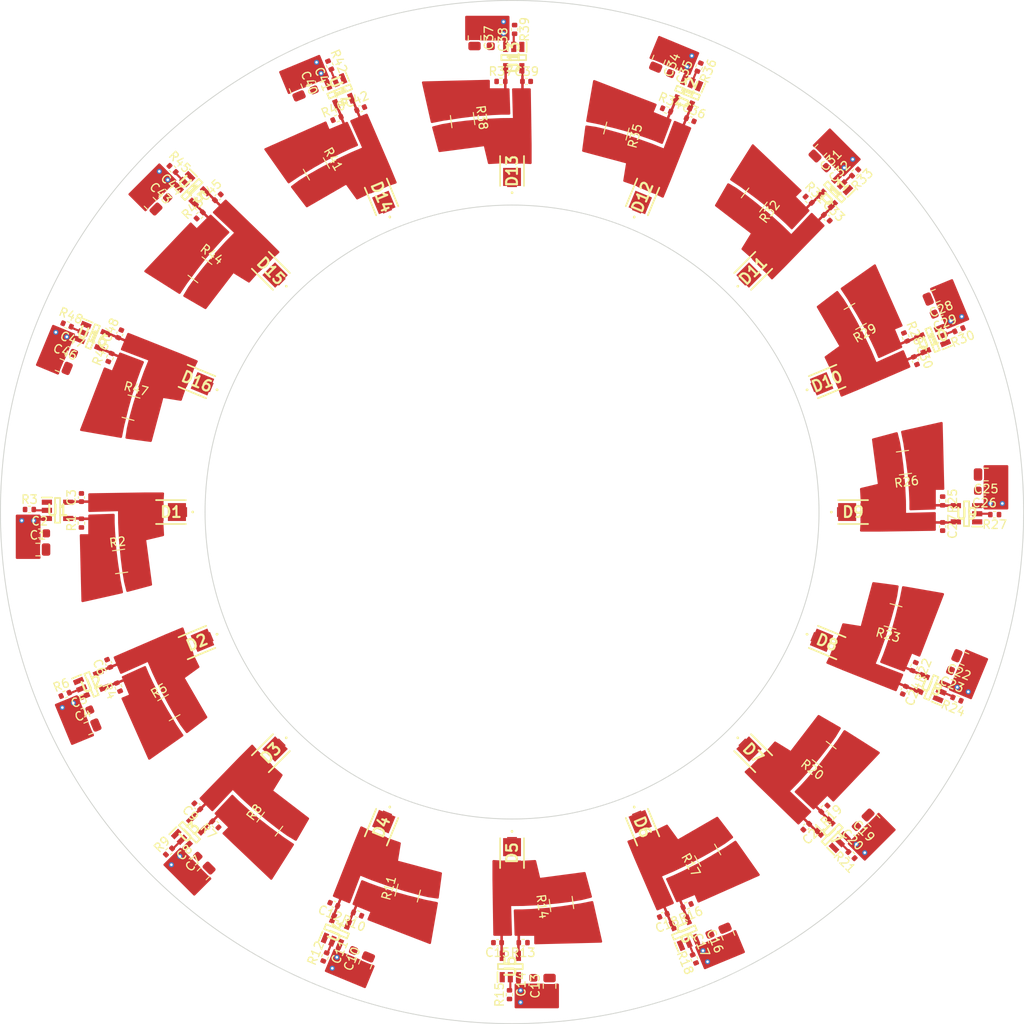
<source format=kicad_pcb>
(kicad_pcb (version 20241229) (generator "pcbnew") (generator_version "9.0")
  (layers (0 "F.Cu" signal) (4 "In1.Cu" signal) (6 "In2.Cu" signal) (2 "B.Cu" signal) (13 "F.Paste" user) (15 "B.Paste" user) (5 "F.SilkS" user "F.Silkscreen") (7 "B.SilkS" user "B.Silkscreen") (1 "F.Mask" user) (3 "B.Mask" user) (25 "Edge.Cuts" user))
  (net 0 "")
  (net 1 "+12V")
  (net 2 "GND")
  (net 3 "/OUT1")
  (net 4 "/PWM1")
  (net 5 "/IN1")
  (net 6 "PWM")
  (footprint "Capacitor_SMD:C_0603_1608Metric" (layer "F.Cu") (at 152.139635 118.890963 157.5)
    (property "Reference" "C23")
    (property "Value" "0.1uF")
  )
  (footprint "Library:SOT95P280X145-5N" (layer "F.Cu") (at 153.3 100.2 180)
    (property "Reference" "U9")
    (property "Value" "TPS92612QDBVRQ1" (hide yes))
  )
  (footprint "Library:GWJTLRS1EMLVL5XX531" (layer "F.Cu") (at 100 140 -90)
    (property "Reference" "D5")
    (property "Value" "LED" (hide yes))
  )
  (footprint "Capacitor_SMD:C_0805_2012Metric" (layer "F.Cu") (at 46.948491 82.787871 -22.5)
    (property "Reference" "C46")
    (property "Value" "1uF")
  )
  (footprint "Library:GWJTLRS1EMLVL5XX531" (layer "F.Cu") (at 100 60 90)
    (property "Reference" "D13")
    (property "Value" "LED" (hide yes))
  )
  (footprint "Capacitor_SMD:C_0805_2012Metric" (layer "F.Cu") (at 50.316105 125.342269 22.5)
    (property "Reference" "C4")
    (property "Value" "1uF")
  )
  (footprint "Resistor_SMD:R_0402_1005Metric" (layer "F.Cu") (at 118.12447 52.846595 -22.5)
    (property "Reference" "R34")
    (property "Value" "1")
  )
  (footprint "Capacitor_SMD:C_0402_1005Metric" (layer "F.Cu") (at 49.5 98.3 90)
    (property "Reference" "C3")
    (property "Value" "10nF")
  )
  (footprint "Capacitor_SMD:C_0603_1608Metric" (layer "F.Cu") (at 97.5 44.6 -90)
    (property "Reference" "C38")
    (property "Value" "0.1uF")
  )
  (footprint "Resistor_SMD:R_0402_1005Metric" (layer "F.Cu") (at 60.189888 59.765624 -45)
    (property "Reference" "R45")
    (property "Value" "1k")
  )
  (footprint "Resistor_SMD:R_0402_1005Metric" (layer "F.Cu") (at 78.062954 152.176777 67.5)
    (property "Reference" "R12")
    (property "Value" "1k")
  )
  (footprint "Library:GWJTLRS1EMLVL5XX531" (layer "F.Cu") (at 84.692663 63.044819 112.5)
    (property "Reference" "D14")
    (property "Value" "LED" (hide yes))
  )
  (footprint "Capacitor_SMD:C_0805_2012Metric" (layer "F.Cu") (at 44.4 104.4)
    (property "Reference" "C1")
    (property "Value" "1uF")
  )
  (footprint "Capacitor_SMD:C_0603_1608Metric" (layer "F.Cu") (at 150.226218 76.489639 -157.5)
    (property "Reference" "C29")
    (property "Value" "0.1uF")
  )
  (footprint "Capacitor_SMD:C_0603_1608Metric" (layer "F.Cu") (at 62.594051 140.941483 45)
    (property "Reference" "C8")
    (property "Value" "0.1uF")
  )
  (footprint "Resistor_SMD:R_1210_3225Metric" (layer "F.Cu") (at 112.237255 55.314996 -105)
    (property "Reference" "R35")
    (property "Value" "80.6")
  )
  (footprint "Capacitor_SMD:C_0402_1005Metric" (layer "F.Cu") (at 79.103891 146.005355 157.5)
    (property "Reference" "C12")
    (property "Value" "10nF")
  )
  (footprint "Resistor_SMD:R_0402_1005Metric" (layer "F.Cu") (at 43.4 99.7)
    (property "Reference" "R3")
    (property "Value" "1k")
  )
  (footprint "Library:SOT95P280X145-5N" (layer "F.Cu") (at 50.833758 79.418197 -22.5)
    (property "Reference" "U16")
    (property "Value" "TPS92612QDBVRQ1" (hide yes))
  )
  (footprint "Resistor_SMD:R_0402_1005Metric" (layer "F.Cu") (at 121.937046 47.823223 -112.5)
    (property "Reference" "R36")
    (property "Value" "1k")
  )
  (footprint "Capacitor_SMD:C_0805_2012Metric" (layer "F.Cu") (at 95.6 44.4 -90)
    (property "Reference" "C37")
    (property "Value" "1uF")
  )
  (footprint "Capacitor_SMD:C_0805_2012Metric" (layer "F.Cu") (at 125.342269 149.683895 112.5)
    (property "Reference" "C16")
    (property "Value" "1uF")
  )
  (footprint "Resistor_SMD:R_1210_3225Metric" (layer "F.Cu") (at 59.749885 122.944023 30)
    (property "Reference" "R5")
    (property "Value" "80.6")
  )
  (footprint "Library:SOT95P280X145-5N" (layer "F.Cu") (at 137.830213 62.45263 -135)
    (property "Reference" "U11")
    (property "Value" "TPS92612QDBVRQ1" (hide yes))
  )
  (footprint "Capacitor_SMD:C_0402_1005Metric" (layer "F.Cu") (at 98.3 150.5 180)
    (property "Reference" "C15")
    (property "Value" "10nF")
  )
  (footprint "Capacitor_SMD:C_0402_1005Metric" (layer "F.Cu") (at 120.896109 53.994645 -22.5)
    (property "Reference" "C36")
    (property "Value" "10nF")
  )
  (footprint "Resistor_SMD:R_0402_1005Metric" (layer "F.Cu") (at 139.810112 140.234376 135)
    (property "Reference" "R21")
    (property "Value" "1k")
  )
  (footprint "Library:GWJTLRS1EMLVL5XX531" (layer "F.Cu") (at 60 100 180)
    (property "Reference" "D1")
    (property "Value" "LED" (hide yes))
  )
  (footprint "Capacitor_SMD:C_0603_1608Metric" (layer "F.Cu") (at 81.109037 152.139635 67.5)
    (property "Reference" "C11")
    (property "Value" "0.1uF")
  )
  (footprint "Capacitor_SMD:C_0805_2012Metric" (layer "F.Cu") (at 153.051509 117.212129 157.5)
    (property "Reference" "C22")
    (property "Value" "1uF")
  )
  (footprint "Resistor_SMD:R_1210_3225Metric" (layer "F.Cu") (at 122.944023 140.250115 120)
    (property "Reference" "R17")
    (property "Value" "80.6")
  )
  (footprint "Resistor_SMD:R_0402_1005Metric" (layer "F.Cu") (at 47.823223 78.062954 -22.5)
    (property "Reference" "R48")
    (property "Value" "1k")
  )
  (footprint "Capacitor_SMD:C_0805_2012Metric" (layer "F.Cu") (at 57.573593 63.796133 -45)
    (property "Reference" "C43")
    (property "Value" "1uF")
  )
  (footprint "Capacitor_SMD:C_0805_2012Metric" (layer "F.Cu") (at 136.203867 57.573593 -135)
    (property "Reference" "C31")
    (property "Value" "1uF")
  )
  (footprint "Library:SOT95P280X145-5N" (layer "F.Cu") (at 120.581803 50.833758 -112.5)
    (property "Reference" "U12")
    (property "Value" "TPS92612QDBVRQ1" (hide yes))
  )
  (footprint "Resistor_SMD:R_0402_1005Metric" (layer "F.Cu") (at 120.526557 146.158428 -157.5)
    (property "Reference" "R16")
    (property "Value" "1")
  )
  (footprint "Capacitor_SMD:C_0603_1608Metric" (layer "F.Cu") (at 59.058517 62.594051 -45)
    (property "Reference" "C44")
    (property "Value" "0.1uF")
  )
  (footprint "Resistor_SMD:R_0402_1005Metric" (layer "F.Cu") (at 147.153405 118.12447 -112.5)
    (property "Reference" "R22")
    (property "Value" "1")
  )
  (footprint "Capacitor_SMD:C_0402_1005Metric" (layer "F.Cu") (at 117.754918 147.306478 -157.5)
    (property "Reference" "C18")
    (property "Value" "10nF")
  )
  (footprint "Capacitor_SMD:C_0402_1005Metric" (layer "F.Cu") (at 101.7 49.5)
    (property "Reference" "C39")
    (property "Value" "10nF")
  )
  (footprint "Resistor_SMD:R_1210_3225Metric" (layer "F.Cu") (at 136.600565 128.40596 142.5)
    (property "Reference" "R20")
    (property "Value" "80.6")
  )
  (footprint "Library:GWJTLRS1EMLVL5XX531" (layer "F.Cu") (at 63.044819 115.307337 -157.5)
    (property "Reference" "D2")
    (property "Value" "LED" (hide yes))
  )
  (footprint "Capacitor_SMD:C_0603_1608Metric" (layer "F.Cu") (at 76.489639 49.773782 -67.5)
    (property "Reference" "C41")
    (property "Value" "0.1uF")
  )
  (footprint "Library:GWJTLRS1EMLVL5XX531" (layer "F.Cu") (at 136.955181 84.692663 22.5)
    (property "Reference" "D10")
    (property "Value" "LED" (hide yes))
  )
  (footprint "Capacitor_SMD:C_0402_1005Metric" (layer "F.Cu") (at 136.910974 65.493189 -45)
    (property "Reference" "C33")
    (property "Value" "10nF")
  )
  (footprint "Resistor_SMD:R_0402_1005Metric" (layer "F.Cu") (at 152.176777 121.937046 157.5)
    (property "Reference" "R24")
    (property "Value" "1k")
  )
  (footprint "Resistor_SMD:R_1210_3225Metric" (layer "F.Cu") (at 63.399435 71.59404 -37.5)
    (property "Reference" "R44")
    (property "Value" "80.6")
  )
  (footprint "Resistor_SMD:R_0402_1005Metric" (layer "F.Cu") (at 63.371869 65.210346 45)
    (property "Reference" "R43")
    (property "Value" "1")
  )
  (footprint "Resistor_SMD:R_0402_1005Metric" (layer "F.Cu") (at 146.158428 79.473443 -67.5)
    (property "Reference" "R28")
    (property "Value" "1")
  )
  (footprint "Resistor_SMD:R_1210_3225Metric" (layer "F.Cu") (at 105.794461 145.966555 97.5)
    (property "Reference" "R14")
    (property "Value" "80.6")
  )
  (footprint "Library:SOT95P280X145-5N" (layer "F.Cu") (at 62.45263 62.169787 -45)
    (property "Reference" "U15")
    (property "Value" "TPS92612QDBVRQ1" (hide yes))
  )
  (footprint "Capacitor_SMD:C_0402_1005Metric" (layer "F.Cu") (at 147.306478 82.245082 -67.5)
    (property "Reference" "C30")
    (property "Value" "10nF")
  )
  (footprint "Resistor_SMD:R_0402_1005Metric" (layer "F.Cu") (at 150.5 98.7 -90)
    (property "Reference" "R25")
    (property "Value" "1")
  )
  (footprint "Resistor_SMD:R_1210_3225Metric" (layer "F.Cu") (at 71.59404 136.600565 52.5)
    (property "Reference" "R8")
    (property "Value" "80.6")
  )
  (footprint "Capacitor_SMD:C_0402_1005Metric" (layer "F.Cu") (at 82.245082 52.693522 22.5)
    (property "Reference" "C42")
    (property "Value" "10nF")
  )
  (footprint "Resistor_SMD:R_0402_1005Metric" (layer "F.Cu") (at 47.593613 121.382718 22.5)
    (property "Reference" "R6")
    (property "Value" "1k")
  )
  (footprint "Capacitor_SMD:C_0603_1608Metric" (layer "F.Cu") (at 123.510361 150.226218 112.5)
    (property "Reference" "C17")
    (property "Value" "0.1uF")
  )
  (footprint "Library:SOT95P280X145-5N" (layer "F.Cu") (at 50.680684 120.212251 22.5)
    (property "Reference" "U2")
    (property "Value" "TPS92612QDBVRQ1" (hide yes))
  )
  (footprint "Capacitor_SMD:C_0805_2012Metric" (layer "F.Cu") (at 63.796133 142.426407 45)
    (property "Reference" "C7")
    (property "Value" "1uF")
  )
  (footprint "Capacitor_SMD:C_0603_1608Metric" (layer "F.Cu") (at 47.860365 81.109037 -22.5)
    (property "Reference" "C47")
    (property "Value" "0.1uF")
  )
  (footprint "Resistor_SMD:R_0402_1005Metric" (layer "F.Cu") (at 53.841572 120.526557 112.5)
    (property "Reference" "R4")
    (property "Value" "1")
  )
  (footprint "Resistor_SMD:R_0402_1005Metric" (layer "F.Cu") (at 101.3 150.5 180)
    (property "Reference" "R13")
    (property "Value" "1")
  )
  (footprint "Resistor_SMD:R_0402_1005Metric" (layer "F.Cu") (at 65.210346 136.628131 135)
    (property "Reference" "R7")
    (property "Value" "1")
  )
  (footprint "Capacitor_SMD:C_0402_1005Metric" (layer "F.Cu") (at 53.994645 79.103891 67.5)
    (property "Reference" "C48")
    (property "Value" "10nF")
  )
  (footprint "Capacitor_SMD:C_0603_1608Metric" (layer "F.Cu") (at 102.5 155.4 90)
    (property "Reference" "C14")
    (property "Value" "0.1uF")
  )
  (footprint "Capacitor_SMD:C_0805_2012Metric" (layer "F.Cu") (at 74.657731 50.316105 -67.5)
    (property "Reference" "C40")
    (property "Value" "1uF")
  )
  (footprint "Library:SOT95P280X145-5N" (layer "F.Cu") (at 137.54737 137.830213 135)
    (property "Reference" "U7")
    (property "Value" "TPS92612QDBVRQ1" (hide yes))
  )
  (footprint "Library:SOT95P280X145-5N" (layer "F.Cu") (at 79.787749 50.680684 -67.5)
    (property "Reference" "U14")
    (property "Value" "TPS92612QDBVRQ1" (hide yes))
  )
  (footprint "Capacitor_SMD:C_0402_1005Metric" (layer "F.Cu") (at 52.693522 117.754918 112.5)
    (property "Reference" "C6")
    (property "Value" "10nF")
  )
  (footprint "Resistor_SMD:R_1210_3225Metric" (layer "F.Cu") (at 77.055977 59.749885 -60)
    (property "Reference" "R41")
    (property "Value" "80.6")
  )
  (footprint "Capacitor_SMD:C_0805_2012Metric" (layer "F.Cu") (at 82.787871 153.051509 67.5)
    (property "Reference" "C10")
    (property "Value" "1uF")
  )
  (footprint "Library:GWJTLRS1EMLVL5XX531" (layer "F.Cu") (at 128.284271 128.284271 -45)
    (property "Reference" "D7")
    (property "Value" "LED" (hide yes))
  )
  (footprint "Library:GWJTLRS1EMLVL5XX531" (layer "F.Cu") (at 115.307337 63.044819 67.5)
    (property "Reference" "D12")
    (property "Value" "LED" (hide yes))
  )
  (footprint "Resistor_SMD:R_0402_1005Metric" (layer "F.Cu") (at 52.846595 81.87553 67.5)
    (property "Reference" "R46")
    (property "Value" "1")
  )
  (footprint "Resistor_SMD:R_0402_1005Metric" (layer "F.Cu") (at 49.5 101.3 90)
    (property "Reference" "R1")
    (property "Value" "1")
  )
  (footprint "Library:GWJTLRS1EMLVL5XX531" (layer "F.Cu") (at 71.715729 128.284271 -135)
    (property "Reference" "D3")
    (property "Value" "LED" (hide yes))
  )
  (footprint "Resistor_SMD:R_0402_1005Metric" (layer "F.Cu") (at 100.3 43.4 -90)
    (property "Reference" "R39")
    (property "Value" "1k")
  )
  (footprint "Resistor_SMD:R_1210_3225Metric" (layer "F.Cu") (at 144.685004 112.237255 165)
    (property "Reference" "R23")
    (property "Value" "80.6")
  )
  (footprint "Library:SOT95P280X145-5N" (layer "F.Cu") (at 149.166242 120.581803 157.5)
    (property "Reference" "U8")
    (property "Value" "TPS92612QDBVRQ1" (hide yes))
  )
  (footprint "Capacitor_SMD:C_0805_2012Metric" (layer "F.Cu") (at 104.4 155.6 90)
    (property "Reference" "C13")
    (property "Value" "1uF")
  )
  (footprint "Capacitor_SMD:C_0402_1005Metric" (layer "F.Cu") (at 146.005355 120.896109 -112.5)
    (property "Reference" "C24")
    (property "Value" "10nF")
  )
  (footprint "Library:SOT95P280X145-5N" (layer "F.Cu") (at 99.8 153.3 90)
    (property "Reference" "U5")
    (property "Value" "TPS92612QDBVRQ1" (hide yes))
  )
  (footprint "Library:GWJTLRS1EMLVL5XX531" (layer "F.Cu") (at 71.715729 71.715729 135)
    (property "Reference" "D15")
    (property "Value" "LED" (hide yes))
  )
  (footprint "Capacitor_SMD:C_0603_1608Metric" (layer "F.Cu") (at 140.941483 137.405949 135)
    (property "Reference" "C20")
    (property "Value" "0.1uF")
  )
  (footprint "Resistor_SMD:R_0402_1005Metric" (layer "F.Cu") (at 79.473443 53.841572 22.5)
    (property "Reference" "R40")
    (property "Value" "1")
  )
  (footprint "Library:SOT95P280X145-5N" (layer "F.Cu") (at 46.7 99.8)
    (property "Reference" "U1")
    (property "Value" "TPS92612QDBVRQ1" (hide yes))
  )
  (footprint "Library:SOT95P280X145-5N" (layer "F.Cu") (at 79.418197 149.166242 67.5)
    (property "Reference" "U4")
    (property "Value" "TPS92612QDBVRQ1" (hide yes))
  )
  (footprint "Library:GWJTLRS1EMLVL5XX531" (layer "F.Cu") (at 136.955181 115.307337 -22.5)
    (property "Reference" "D8")
    (property "Value" "LED" (hide yes))
  )
  (footprint "Resistor_SMD:R_1210_3225Metric" (layer "F.Cu") (at 87.762745 144.685004 75)
    (property "Reference" "R11")
    (property "Value" "80.6")
  )
  (footprint "Capacitor_SMD:C_0603_1608Metric" (layer "F.Cu") (at 155.4 97.5 180)
    (property "Reference" "C26")
    (property "Value" "0.1uF")
  )
  (footprint "Capacitor_SMD:C_0402_1005Metric" (layer "F.Cu") (at 65.493189 63.089026 45)
    (property "Reference" "C45")
    (property "Value" "10nF")
  )
  (footprint "Resistor_SMD:R_0402_1005Metric" (layer "F.Cu") (at 59.765624 139.810112 45)
    (property "Reference" "R9")
    (property "Value" "1k")
  )
  (footprint "Resistor_SMD:R_0402_1005Metric" (layer "F.Cu") (at 99.7 156.6 90)
    (property "Reference" "R15")
    (property "Value" "1k")
  )
  (footprint "Capacitor_SMD:C_0402_1005Metric" (layer "F.Cu") (at 150.5 101.7 -90)
    (property "Reference" "C27")
    (property "Value" "10nF")
  )
  (footprint "Capacitor_SMD:C_0603_1608Metric" (layer "F.Cu") (at 137.405949 59.058517 -135)
    (property "Reference" "C32")
    (property "Value" "0.1uF")
  )
  (footprint "Library:GWJTLRS1EMLVL5XX531" (layer "F.Cu") (at 128.284271 71.715729 45)
    (property "Reference" "D11")
    (property "Value" "LED" (hide yes))
  )
  (footprint "Library:SOT95P280X145-5N" (layer "F.Cu") (at 100.2 46.7 -90)
    (property "Reference" "U13")
    (property "Value" "TPS92612QDBVRQ1" (hide yes))
  )
  (footprint "Resistor_SMD:R_0402_1005Metric" (layer "F.Cu") (at 121.382718 152.406387 112.5)
    (property "Reference" "R18")
    (property "Value" "1k")
  )
  (footprint "Resistor_SMD:R_0402_1005Metric" (layer "F.Cu") (at 81.87553 147.153405 157.5)
    (property "Reference" "R10")
    (property "Value" "1")
  )
  (footprint "Capacitor_SMD:C_0603_1608Metric" (layer "F.Cu") (at 49.773782 123.510361 22.5)
    (property "Reference" "C5")
    (property "Value" "0.1uF")
  )
  (footprint "Resistor_SMD:R_0402_1005Metric" (layer "F.Cu") (at 140.234376 60.189888 -135)
    (property "Reference" "R33")
    (property "Value" "1k")
  )
  (footprint "Capacitor_SMD:C_0805_2012Metric" (layer "F.Cu") (at 117.212129 46.948491 -112.5)
    (property "Reference" "C34")
    (property "Value" "1uF")
  )
  (footprint "Capacitor_SMD:C_0603_1608Metric" (layer "F.Cu") (at 44.6 102.5)
    (property "Reference" "C2")
    (property "Value" "0.1uF")
  )
  (footprint "Resistor_SMD:R_1210_3225Metric" (layer "F.Cu") (at 128.40596 63.399435 -127.5)
    (property "Reference" "R32")
    (property "Value" "80.6")
  )
  (footprint "Library:GWJTLRS1EMLVL5XX531" (layer "F.Cu") (at 84.692663 136.955181 -112.5)
    (property "Reference" "D4")
    (property "Value" "LED" (hide yes))
  )
  (footprint "Library:GWJTLRS1EMLVL5XX531" (layer "F.Cu") (at 115.307337 136.955181 -67.5)
    (property "Reference" "D6")
    (property "Value" "LED" (hide yes))
  )
  (footprint "Resistor_SMD:R_0402_1005Metric" (layer "F.Cu") (at 78.617282 47.593613 -67.5)
    (property "Reference" "R42")
    (property "Value" "1k")
  )
  (footprint "Resistor_SMD:R_1210_3225Metric" (layer "F.Cu") (at 140.250115 77.055977 -150)
    (property "Reference" "R29")
    (property "Value" "80.6")
  )
  (footprint "Library:SOT95P280X145-5N" (layer "F.Cu") (at 120.212251 149.319316 112.5)
    (property "Reference" "U6")
    (property "Value" "TPS92612QDBVRQ1" (hide yes))
  )
  (footprint "Capacitor_SMD:C_0402_1005Metric" (layer "F.Cu") (at 134.506811 136.910974 -135)
    (property "Reference" "C21")
    (property "Value" "10nF")
  )
  (footprint "Resistor_SMD:R_0402_1005Metric" (layer "F.Cu") (at 156.6 100.3 180)
    (property "Reference" "R27")
    (property "Value" "1k")
  )
  (footprint "Capacitor_SMD:C_0402_1005Metric" (layer "F.Cu") (at 63.089026 134.506811 135)
    (property "Reference" "C9")
    (property "Value" "10nF")
  )
  (footprint "Resistor_SMD:R_1210_3225Metric" (layer "F.Cu") (at 55.314996 87.762745 -15)
    (property "Reference" "R47")
    (property "Value" "80.6")
  )
  (footprint "Resistor_SMD:R_0402_1005Metric" (layer "F.Cu") (at 152.406387 78.617282 -157.5)
    (property "Reference" "R30")
    (property "Value" "1k")
  )
  (footprint "Capacitor_SMD:C_0603_1608Metric" (layer "F.Cu") (at 118.890963 47.860365 -112.5)
    (property "Reference" "C35")
    (property "Value" "0.1uF")
  )
  (footprint "Capacitor_SMD:C_0805_2012Metric" (layer "F.Cu") (at 149.683895 74.657731 -157.5)
    (property "Reference" "C28")
    (property "Value" "1uF")
  )
  (footprint "Resistor_SMD:R_0402_1005Metric" (layer "F.Cu") (at 98.7 49.5)
    (property "Reference" "R37")
    (property "Value" "1")
  )
  (footprint "Capacitor_SMD:C_0805_2012Metric" (layer "F.Cu") (at 142.426407 136.203867 135)
    (property "Reference" "C19")
    (property "Value" "1uF")
  )
  (footprint "Resistor_SMD:R_0402_1005Metric" (layer "F.Cu") (at 134.789654 63.371869 -45)
    (property "Reference" "R31")
    (property "Value" "1")
  )
  (footprint "Resistor_SMD:R_1210_3225Metric" (layer "F.Cu") (at 145.966555 94.205539 -172.5)
    (property "Reference" "R26")
    (property "Value" "80.6")
  )
  (footprint "Resistor_SMD:R_1210_3225Metric" (layer "F.Cu") (at 54.033445 105.794461 7.5)
    (property "Reference" "R2")
    (property "Value" "80.6")
  )
  (footprint "Library:GWJTLRS1EMLVL5XX531" (layer "F.Cu") (at 63.044819 84.692663 157.5)
    (property "Reference" "D16")
    (property "Value" "LED" (hide yes))
  )
  (footprint "Library:SOT95P280X145-5N" (layer "F.Cu") (at 62.169787 137.54737 45)
    (property "Reference" "U3")
    (property "Value" "TPS92612QDBVRQ1" (hide yes))
  )
  (footprint "Capacitor_SMD:C_0805_2012Metric" (layer "F.Cu") (at 155.6 95.6 180)
    (property "Reference" "C25")
    (property "Value" "1uF")
  )
  (footprint "Resistor_SMD:R_0402_1005Metric" (layer "F.Cu") (at 136.628131 134.789654 -135)
    (property "Reference" "R19")
    (property "Value" "1")
  )
  (footprint "Resistor_SMD:R_1210_3225Metric" (layer "F.Cu") (at 94.205539 54.033445 -82.5)
    (property "Reference" "R38")
    (property "Value" "80.6")
  )
  (footprint "Library:GWJTLRS1EMLVL5XX531" (layer "F.Cu") (at 140 100)
    (property "Reference" "D9")
    (property "Value" "LED" (hide yes))
  )
  (footprint "Library:SOT95P280X145-5N" (layer "F.Cu") (at 149.319316 79.787749 -157.5)
    (property "Reference" "U10")
    (property "Value" "TPS92612QDBVRQ1" (hide yes))
  )
  (gr_circle (center 100 100) (end 136 100) (stroke (width 0.1)) (fill no) (layer "Edge.Cuts"))
  (gr_circle (center 100 100) (end 160 100) (stroke (width 0.1)) (fill no) (layer "Edge.Cuts"))
  (segment (start 79.32004 151.885684) (end 79.455339 152.212325) (width 0.5) (layer "F.Cu") (net 1))
  (segment (start 82.346709 147.348573) (end 82.342882 147.357812) (width 0.25) (layer "F.Cu") (net 1))
  (segment (start 150.5 98.19) (end 150.51 98.19) (width 0.25) (layer "F.Cu") (net 1))
  (segment (start 121.568291 150.110616) (end 122.065779 151.311659) (width 0.5) (layer "F.Cu") (net 1))
  (segment (start 120.182472 49.315359) (end 120.67996 48.114316) (width 0.5) (layer "F.Cu") (net 1))
  (segment (start 52.651427 82.346709) (end 52.642188 82.342882) (width 0.25) (layer "F.Cu") (net 1))
  (segment (start 151.885684 120.67996) (end 152.212325 120.544661) (width 0.5) (layer "F.Cu") (net 1))
  (segment (start 120.997735 145.963259) (end 121.001562 145.972498) (width 0.25) (layer "F.Cu") (net 1))
  (segment (start 98.19 49.5) (end 98.19 49.49) (width 0.25) (layer "F.Cu") (net 1))
  (segment (start 79.817528 150.684641) (end 79.32004 151.885684) (width 0.5) (layer "F.Cu") (net 1))
  (segment (start 155.85 99.25) (end 156.1 99) (width 0.5) (layer "F.Cu") (net 1))
  (segment (start 117.653291 52.651427) (end 117.657118 52.642188) (width 0.25) (layer "F.Cu") (net 1))
  (segment (start 150.110616 78.431709) (end 151.311659 77.934221) (width 0.5) (layer "F.Cu") (net 1))
  (segment (start 151.311659 77.934221) (end 151.446958 77.60758) (width 0.5) (layer "F.Cu") (net 1))
  (segment (start 49.315359 79.817528) (end 48.114316 79.32004) (width 0.5) (layer "F.Cu") (net 1))
  (segment (start 63.011244 65.570971) (end 63.004173 65.5639) (width 0.25) (layer "F.Cu") (net 1))
  (segment (start 145.963259 79.002265) (end 145.972498 78.998438) (width 0.25) (layer "F.Cu") (net 1))
  (segment (start 147.348573 117.653291) (end 147.357812 117.657118) (width 0.25) (layer "F.Cu") (net 1))
  (segment (start 138.042345 60.896995) (end 138.961584 59.977756) (width 0.5) (layer "F.Cu") (net 1))
  (segment (start 61.957655 139.103005) (end 61.038416 140.022244) (width 0.5) (layer "F.Cu") (net 1))
  (segment (start 59.977756 61.038416) (end 59.624203 61.038416) (width 0.5) (layer "F.Cu") (net 1))
  (segment (start 136.988756 134.429029) (end 136.995827 134.4361) (width 0.25) (layer "F.Cu") (net 1))
  (segment (start 65.570971 136.988756) (end 65.5639 136.995827) (width 0.25) (layer "F.Cu") (net 1))
  (segment (start 138.961584 59.977756) (end 138.961584 59.624203) (width 0.5) (layer "F.Cu") (net 1))
  (segment (start 99.25 44.15) (end 99 43.9) (width 0.5) (layer "F.Cu") (net 1))
  (segment (start 44.15 100.75) (end 43.9 101) (width 0.5) (layer "F.Cu") (net 1))
  (segment (start 140.022244 138.961584) (end 140.375797 138.961584) (width 0.5) (layer "F.Cu") (net 1))
  (segment (start 49.5 101.81) (end 49.49 101.81) (width 0.25) (layer "F.Cu") (net 1))
  (segment (start 120.67996 48.114316) (end 120.544661 47.787675) (width 0.5) (layer "F.Cu") (net 1))
  (segment (start 45.45 100.75) (end 44.15 100.75) (width 0.5) (layer "F.Cu") (net 1))
  (segment (start 134.429029 63.011244) (end 134.4361 63.004173) (width 0.25) (layer "F.Cu") (net 1))
  (segment (start 49.889384 121.568291) (end 48.688341 122.065779) (width 0.5) (layer "F.Cu") (net 1))
  (segment (start 61.038416 140.022244) (end 61.038416 140.375797) (width 0.5) (layer "F.Cu") (net 1))
  (segment (start 101.81 150.5) (end 101.81 150.51) (width 0.25) (layer "F.Cu") (net 1))
  (segment (start 100.75 154.55) (end 100.75 155.85) (width 0.5) (layer "F.Cu") (net 1))
  (segment (start 99.25 45.45) (end 99.25 44.15) (width 0.5) (layer "F.Cu") (net 1))
  (segment (start 150.684641 120.182472) (end 151.885684 120.67996) (width 0.5) (layer "F.Cu") (net 1))
  (segment (start 54.036741 120.997735) (end 54.027502 121.001562) (width 0.25) (layer "F.Cu") (net 1))
  (segment (start 78.431709 49.889384) (end 77.934221 48.688341) (width 0.5) (layer "F.Cu") (net 1))
  (segment (start 77.934221 48.688341) (end 77.60758 48.553042) (width 0.5) (layer "F.Cu") (net 1))
  (segment (start 139.103005 138.042345) (end 140.022244 138.961584) (width 0.5) (layer "F.Cu") (net 1))
  (segment (start 60.896995 61.957655) (end 59.977756 61.038416) (width 0.5) (layer "F.Cu") (net 1))
  (segment (start 154.55 99.25) (end 155.85 99.25) (width 0.5) (layer "F.Cu") (net 1))
  (segment (start 48.688341 122.065779) (end 48.553042 122.39242) (width 0.5) (layer "F.Cu") (net 1))
  (segment (start 122.065779 151.311659) (end 122.39242 151.446958) (width 0.5) (layer "F.Cu") (net 1))
  (segment (start 48.114316 79.32004) (end 47.787675 79.455339) (width 0.5) (layer "F.Cu") (net 1))
  (segment (start 100.75 155.85) (end 101 156.1) (width 0.5) (layer "F.Cu") (net 1))
  (segment (start 79.002265 54.036741) (end 78.998438 54.027502) (width 0.25) (layer "F.Cu") (net 1))
  (via (at 122.39242 151.446958) (size 0.6) (drill 0.3) (layers "F.Cu" "B.Cu") (net 1))
  (via (at 141.365747 139.951533) (size 0.6) (drill 0.3) (layers "F.Cu" "B.Cu") (net 1))
  (via (at 101 156.1) (size 0.6) (drill 0.3) (layers "F.Cu" "B.Cu") (net 1))
  (via (at 61.038416 140.375797) (size 0.6) (drill 0.3) (layers "F.Cu" "B.Cu") (net 1))
  (via (at 156.1 99) (size 0.6) (drill 0.3) (layers "F.Cu" "B.Cu") (net 1))
  (via (at 77.071823 47.25961) (size 0.6) (drill 0.3) (layers "F.Cu" "B.Cu") (net 1))
  (via (at 138.961584 59.624203) (size 0.6) (drill 0.3) (layers "F.Cu" "B.Cu") (net 1))
  (via (at 139.951533 58.634253) (size 0.6) (drill 0.3) (layers "F.Cu" "B.Cu") (net 1))
  (via (at 47.787675 79.455339) (size 0.6) (drill 0.3) (layers "F.Cu" "B.Cu") (net 1))
  (via (at 46.494243 78.919582) (size 0.6) (drill 0.3) (layers "F.Cu" "B.Cu") (net 1))
  (via (at 59.624203 61.038416) (size 0.6) (drill 0.3) (layers "F.Cu" "B.Cu") (net 1))
  (via (at 43.9 101) (size 0.6) (drill 0.3) (layers "F.Cu" "B.Cu") (net 1))
  (via (at 151.446958 77.60758) (size 0.6) (drill 0.3) (layers "F.Cu" "B.Cu") (net 1))
  (via (at 99 42.5) (size 0.6) (drill 0.3) (layers "F.Cu" "B.Cu") (net 1))
  (via (at 77.60758 48.553042) (size 0.6) (drill 0.3) (layers "F.Cu" "B.Cu") (net 1))
  (via (at 122.928177 152.74039) (size 0.6) (drill 0.3) (layers "F.Cu" "B.Cu") (net 1))
  (via (at 120.544661 47.787675) (size 0.6) (drill 0.3) (layers "F.Cu" "B.Cu") (net 1))
  (via (at 101 157.5) (size 0.6) (drill 0.3) (layers "F.Cu" "B.Cu") (net 1))
  (via (at 121.080418 46.494243) (size 0.6) (drill 0.3) (layers "F.Cu" "B.Cu") (net 1))
  (via (at 153.505757 121.080418) (size 0.6) (drill 0.3) (layers "F.Cu" "B.Cu") (net 1))
  (via (at 47.25961 122.928177) (size 0.6) (drill 0.3) (layers "F.Cu" "B.Cu") (net 1))
  (via (at 58.634253 60.048467) (size 0.6) (drill 0.3) (layers "F.Cu" "B.Cu") (net 1))
  (via (at 42.5 101) (size 0.6) (drill 0.3) (layers "F.Cu" "B.Cu") (net 1))
  (via (at 152.74039 77.071823) (size 0.6) (drill 0.3) (layers "F.Cu" "B.Cu") (net 1))
  (via (at 48.553042 122.39242) (size 0.6) (drill 0.3) (layers "F.Cu" "B.Cu") (net 1))
  (via (at 140.375797 138.961584) (size 0.6) (drill 0.3) (layers "F.Cu" "B.Cu") (net 1))
  (via (at 99 43.9) (size 0.6) (drill 0.3) (layers "F.Cu" "B.Cu") (net 1))
  (via (at 152.212325 120.544661) (size 0.6) (drill 0.3) (layers "F.Cu" "B.Cu") (net 1))
  (via (at 78.919582 153.505757) (size 0.6) (drill 0.3) (layers "F.Cu" "B.Cu") (net 1))
  (via (at 157.5 99) (size 0.6) (drill 0.3) (layers "F.Cu" "B.Cu") (net 1))
  (via (at 60.048467 141.365747) (size 0.6) (drill 0.3) (layers "F.Cu" "B.Cu") (net 1))
  (via (at 79.455339 152.212325) (size 0.6) (drill 0.3) (layers "F.Cu" "B.Cu") (net 1))
  (segment (start 152.05 101.15) (end 151.98 101.22) (width 0.3) (layer "F.Cu") (net 3))
  (segment (start 147.12279 81.80162) (end 146.19891 82.184303) (width 0.3) (layer "F.Cu") (net 3))
  (segment (start 98.85 152.05) (end 98.78 151.98) (width 0.3) (layer "F.Cu") (net 3))
  (segment (start 64.008265 62.381919) (end 64.10726 62.381919) (width 0.3) (layer "F.Cu") (net 3))
  (segment (start 151.98 101.22) (end 150.5 101.22) (width 0.3) (layer "F.Cu") (net 3))
  (segment (start 49.5 98.78) (end 50.5 98.78) (width 0.3) (layer "F.Cu") (net 3))
  (segment (start 51.471984 118.856211) (end 51.509868 118.764752) (width 0.3) (layer "F.Cu") (net 3))
  (segment (start 147.647844 120.981134) (end 147.556385 121.019018) (width 0.3) (layer "F.Cu") (net 3))
  (segment (start 136.571563 65.153778) (end 135.864456 65.860885) (width 0.3) (layer "F.Cu") (net 3))
  (segment (start 118.764752 148.490132) (end 118.198381 147.12279) (width 0.3) (layer "F.Cu") (net 3))
  (segment (start 120.452646 53.810957) (end 120.069963 54.734837) (width 0.3) (layer "F.Cu") (net 3))
  (segment (start 120.981134 52.352156) (end 121.019018 52.443615) (width 0.3) (layer "F.Cu") (net 3))
  (segment (start 137.618081 64.008265) (end 137.618081 64.10726) (width 0.3) (layer "F.Cu") (net 3))
  (segment (start 52.352156 79.018866) (end 52.443615 78.980982) (width 0.3) (layer "F.Cu") (net 3))
  (segment (start 47.95 98.85) (end 48.02 98.78) (width 0.3) (layer "F.Cu") (net 3))
  (segment (start 118.856211 148.528016) (end 118.764752 148.490132) (width 0.3) (layer "F.Cu") (net 3))
  (segment (start 81.235248 51.509868) (end 81.801619 52.87721) (width 0.3) (layer "F.Cu") (net 3))
  (segment (start 148.528016 81.143789) (end 148.490132 81.235248) (width 0.3) (layer "F.Cu") (net 3))
  (segment (start 81.80162 52.87721) (end 82.184303 53.80109) (width 0.3) (layer "F.Cu") (net 3))
  (segment (start 78.980982 147.556384) (end 79.547353 146.189042) (width 0.3) (layer "F.Cu") (net 3))
  (segment (start 150.5 101.22) (end 149.5 101.22) (width 0.3) (layer "F.Cu") (net 3))
  (segment (start 53.810957 79.547354) (end 54.734837 79.930037) (width 0.3) (layer "F.Cu") (net 3))
  (segment (start 101.22 49.5) (end 101.22 50.5) (width 0.3) (layer "F.Cu") (net 3))
  (segment (start 48.02 98.78) (end 49.5 98.78) (width 0.3) (layer "F.Cu") (net 3))
  (segment (start 79.018866 147.647844) (end 78.980982 147.556385) (width 0.3) (layer "F.Cu") (net 3))
  (segment (start 98.78 151.98) (end 98.78 150.5) (width 0.3) (layer "F.Cu") (net 3))
  (segment (start 101.22 48.02) (end 101.22 49.5) (width 0.3) (layer "F.Cu") (net 3))
  (segment (start 101.15 47.95) (end 101.22 48.02) (width 0.3) (layer "F.Cu") (net 3))
  (segment (start 51.509868 118.764752) (end 52.87721 118.198381) (width 0.3) (layer "F.Cu") (net 3))
  (segment (start 146.189043 120.452646) (end 145.265163 120.069963) (width 0.3) (layer "F.Cu") (net 3))
  (segment (start 52.87721 118.19838) (end 53.80109 117.815697) (width 0.3) (layer "F.Cu") (net 3))
  (segment (start 98.78 150.5) (end 98.78 149.5) (width 0.3) (layer "F.Cu") (net 3))
  (segment (start 65.153778 63.428437) (end 65.860885 64.135544) (width 0.3) (layer "F.Cu") (net 3))
  (segment (start 134.846222 136.571563) (end 134.139115 135.864456) (width 0.3) (layer "F.Cu") (net 3))
  (segment (start 64.10726 62.381919) (end 65.153778 63.428437) (width 0.3) (layer "F.Cu") (net 3))
  (segment (start 121.019018 52.443616) (end 120.452647 53.810958) (width 0.3) (layer "F.Cu") (net 3))
  (segment (start 118.19838 147.12279) (end 117.815697 146.19891) (width 0.3) (layer "F.Cu") (net 3))
  (segment (start 135.89274 137.618081) (end 134.846222 136.571563) (width 0.3) (layer "F.Cu") (net 3))
  (segment (start 62.381919 135.991735) (end 62.381919 135.89274) (width 0.3) (layer "F.Cu") (net 3))
  (segment (start 147.556384 121.019018) (end 146.189042 120.452647) (width 0.3) (layer "F.Cu") (net 3))
  (segment (start 62.381919 135.89274) (end 63.428437 134.846222) (width 0.3) (layer "F.Cu") (net 3))
  (segment (start 79.547354 146.189043) (end 79.930037 145.265163) (width 0.3) (layer "F.Cu") (net 3))
  (segment (start 148.490132 81.235248) (end 147.12279 81.801619) (width 0.3) (layer "F.Cu") (net 3))
  (segment (start 81.143789 51.471984) (end 81.235248 51.509868) (width 0.3) (layer "F.Cu") (net 3))
  (segment (start 52.443616 78.980982) (end 53.810958 79.547353) (width 0.3) (layer "F.Cu") (net 3))
  (segment (start 135.991735 137.618081) (end 135.89274 137.618081) (width 0.3) (layer "F.Cu") (net 3))
  (segment (start 63.428437 134.846222) (end 64.135544 134.139115) (width 0.3) (layer "F.Cu") (net 3))
  (segment (start 137.618081 64.10726) (end 136.571563 65.153778) (width 0.3) (layer "F.Cu") (net 3))
  (segment (start 99.7 156.09) (end 99.6 156.09) (width 0.25) (layer "F.Cu") (net 4))
  (segment (start 60.550513 60.26767) (end 60.550513 60.126249) (width 0.25) (layer "F.Cu") (net 4))
  (segment (start 151.804552 78.758331) (end 151.935208 78.812451) (width 0.25) (layer "F.Cu") (net 4))
  (segment (start 151.935208 78.81245) (end 151.973476 78.904838) (width 0.25) (layer "F.Cu") (net 4))
  (segment (start 61.285904 138.431254) (end 60.26767 139.449488) (width 0.25) (layer "F.Cu") (net 4))
  (segment (start 150.474165 79.309395) (end 151.804552 78.758331) (width 0.25) (layer "F.Cu") (net 4))
  (segment (start 44.01 99.8) (end 43.91 99.7) (width 0.25) (layer "F.Cu") (net 4))
  (segment (start 121.060157 49.678908) (end 121.611221 48.348521) (width 0.25) (layer "F.Cu") (net 4))
  (segment (start 121.741878 48.294402) (end 121.834266 48.33267) (width 0.25) (layer "F.Cu") (net 4))
  (segment (start 139.873751 60.550513) (end 139.944462 60.621224) (width 0.25) (layer "F.Cu") (net 4))
  (segment (start 61.568746 61.285904) (end 60.550512 60.26767) (width 0.25) (layer "F.Cu") (net 4))
  (segment (start 155.99 100.2) (end 156.09 100.3) (width 0.25) (layer "F.Cu") (net 4))
  (segment (start 99.8 154.55) (end 99.8 155.99) (width 0.25) (layer "F.Cu") (net 4))
  (segment (start 151.651478 121.611221) (end 151.705598 121.741877) (width 0.25) (layer "F.Cu") (net 4))
  (segment (start 48.348522 78.388779) (end 48.294402 78.258123) (width 0.25) (layer "F.Cu") (net 4))
  (segment (start 120.690605 150.474165) (end 121.241669 151.804552) (width 0.25) (layer "F.Cu") (net 4))
  (segment (start 78.388779 151.651478) (end 78.258123 151.705598) (width 0.25) (layer "F.Cu") (net 4))
  (segment (start 100.2 45.45) (end 100.2 44.01) (width 0.25) (layer "F.Cu") (net 4))
  (segment (start 78.258122 151.705598) (end 78.165734 151.66733) (width 0.25) (layer "F.Cu") (net 4))
  (segment (start 78.758331 48.195448) (end 78.812451 48.064792) (width 0.25) (layer "F.Cu") (net 4))
  (segment (start 100.3 43.91) (end 100.4 43.91) (width 0.25) (layer "F.Cu") (net 4))
  (segment (start 139.73233 60.550513) (end 139.873751 60.550513) (width 0.25) (layer "F.Cu") (net 4))
  (segment (start 78.939843 150.321092) (end 78.388779 151.651479) (width 0.25) (layer "F.Cu") (net 4))
  (segment (start 138.714096 61.568746) (end 139.73233 60.550512) (width 0.25) (layer "F.Cu") (net 4))
  (segment (start 150.321092 121.060157) (end 151.651479 121.611221) (width 0.25) (layer "F.Cu") (net 4))
  (segment (start 121.241669 151.804552) (end 121.187549 151.935208) (width 0.25) (layer "F.Cu") (net 4))
  (segment (start 49.525835 120.690605) (end 48.195448 121.241669) (width 0.25) (layer "F.Cu") (net 4))
  (segment (start 48.294402 78.258122) (end 48.33267 78.165734) (width 0.25) (layer "F.Cu") (net 4))
  (segment (start 121.611221 48.348522) (end 121.741877 48.294402) (width 0.25) (layer "F.Cu") (net 4))
  (segment (start 151.705598 121.741878) (end 151.66733 121.834266) (width 0.25) (layer "F.Cu") (net 4))
  (segment (start 139.449487 139.873751) (end 139.378776 139.944462) (width 0.25) (layer "F.Cu") (net 4))
  (segment (start 121.18755 151.935208) (end 121.095162 151.973476) (width 0.25) (layer "F.Cu") (net 4))
  (segment (start 139.449487 139.73233) (end 139.449487 139.873751) (width 0.25) (layer "F.Cu") (net 4))
  (segment (start 60.550513 60.126249) (end 60.621224 60.055538) (width 0.25) (layer "F.Cu") (net 4))
  (segment (start 138.431254 138.714096) (end 139.449488 139.73233) (width 0.25) (layer "F.Cu") (net 4))
  (segment (start 60.26767 139.449487) (end 60.126249 139.449487) (width 0.25) (layer "F.Cu") (net 4))
  (segment (start 79.309395 49.525835) (end 78.758331 48.195448) (width 0.25) (layer "F.Cu") (net 4))
  (segment (start 48.064792 121.18755) (end 48.026524 121.095162) (width 0.25) (layer "F.Cu") (net 4))
  (segment (start 60.126249 139.449487) (end 60.055538 139.378776) (width 0.25) (layer "F.Cu") (net 4))
  (segment (start 49.678908 78.939843) (end 48.348521 78.388779) (width 0.25) (layer "F.Cu") (net 4))
  (segment (start 45.45 99.8) (end 44.01 99.8) (width 0.25) (layer "F.Cu") (net 4))
  (segment (start 100.2 44.01) (end 100.3 43.91) (width 0.25) (layer "F.Cu") (net 4))
  (segment (start 78.81245 48.064792) (end 78.904838 48.026524) (width 0.25) (layer "F.Cu") (net 4))
  (segment (start 48.195448 121.241669) (end 48.064792 121.187549) (width 0.25) (layer "F.Cu") (net 4))
  (segment (start 154.55 100.2) (end 155.99 100.2) (width 0.25) (layer "F.Cu") (net 4))
  (segment (start 99.8 155.99) (end 99.7 156.09) (width 0.25) (layer "F.Cu") (net 4))
  (segment (start 43.91 99.7) (end 43.91 99.6) (width 0.25) (layer "F.Cu") (net 4))
  (segment (start 156.09 100.3) (end 156.09 100.4) (width 0.25) (layer "F.Cu") (net 4))
  (segment (start 146.958236 118.595649) (end 146.034356 118.212966) (width 0.3) (layer "F.Cu") (net 5))
  (segment (start 51.700825 80.957156) (end 51.625058 80.774237) (width 0.3) (layer "F.Cu") (net 5))
  (segment (start 100.75 152.05) (end 100.75 150.54) (width 0.3) (layer "F.Cu") (net 5))
  (segment (start 79.944622 53.646404) (end 80.327305 54.570284) (width 0.3) (layer "F.Cu") (net 5))
  (segment (start 146.405859 79.96627) (end 146.353596 79.944622) (width 0.3) (layer "F.Cu") (net 5))
  (segment (start 49.5 100.79) (end 50.5 100.79) (width 0.3) (layer "F.Cu") (net 5))
  (segment (start 99.21 49.5) (end 99.21 50.5) (width 0.3) (layer "F.Cu") (net 5))
  (segment (start 146.353596 79.944622) (end 145.429716 80.327305) (width 0.3) (layer "F.Cu") (net 5))
  (segment (start 80.957156 148.299175) (end 80.774237 148.374942) (width 0.3) (layer "F.Cu") (net 5))
  (segment (start 63.732493 64.849722) (end 64.4396 65.556829) (width 0.3) (layer "F.Cu") (net 5))
  (segment (start 137.335238 136.274578) (end 136.267507 135.206847) (width 0.3) (layer "F.Cu") (net 5))
  (segment (start 62.664762 63.725422) (end 63.732493 64.793153) (width 0.3) (layer "F.Cu") (net 5))
  (segment (start 52.382002 120.68735) (end 52.199083 120.611583) (width 0.3) (layer "F.Cu") (net 5))
  (segment (start 118.647911 53.020116) (end 118.595648 53.041764) (width 0.3) (layer "F.Cu") (net 5))
  (segment (start 53.020116 81.352089) (end 53.041764 81.404352) (width 0.3) (layer "F.Cu") (net 5))
  (segment (start 51.625058 80.774237) (end 53.020116 81.352089) (width 0.3) (layer "F.Cu") (net 5))
  (segment (start 100.89 151.91) (end 100.75 152.05) (width 0.3) (layer "F.Cu") (net 5))
  (segment (start 99.11 48.09) (end 99.25 47.95) (width 0.3) (layer "F.Cu") (net 5))
  (segment (start 99.25 47.95) (end 99.25 49.46) (width 0.3) (layer "F.Cu") (net 5))
  (segment (start 81.404351 146.958236) (end 81.787034 146.034356) (width 0.3) (layer "F.Cu") (net 5))
  (segment (start 47.95 100.75) (end 49.46 100.75) (width 0.3) (layer "F.Cu") (net 5))
  (segment (start 100.79 150.5) (end 100.79 149.5) (width 0.3) (layer "F.Cu") (net 5))
  (segment (start 136.267507 135.206847) (end 136.267507 135.150278) (width 0.3) (layer "F.Cu") (net 5))
  (segment (start 81.352089 146.979884) (end 81.404352 146.958236) (width 0.3) (layer "F.Cu") (net 5))
  (segment (start 119.042844 51.700825) (end 119.225763 51.625058) (width 0.3) (layer "F.Cu") (net 5))
  (segment (start 64.793153 136.267507) (end 64.849722 136.267507) (width 0.3) (layer "F.Cu") (net 5))
  (segment (start 150.54 99.25) (end 150.5 99.21) (width 0.3) (layer "F.Cu") (net 5))
  (segment (start 49.46 100.75) (end 49.5 100.79) (width 0.3) (layer "F.Cu") (net 5))
  (segment (start 118.595649 53.041764) (end 118.212966 53.965644) (width 0.3) (layer "F.Cu") (net 5))
  (segment (start 48.09 100.89) (end 47.95 100.75) (width 0.3) (layer "F.Cu") (net 5))
  (segment (start 135.150278 63.732493) (end 134.443171 64.4396) (width 0.3) (layer "F.Cu") (net 5))
  (segment (start 64.849722 136.267507) (end 65.556829 135.5604) (width 0.3) (layer "F.Cu") (net 5))
  (segment (start 147.800917 79.388418) (end 146.405859 79.96627) (width 0.3) (layer "F.Cu") (net 5))
  (segment (start 120.03373 146.405859) (end 120.055378 146.353596) (width 0.3) (layer "F.Cu") (net 5))
  (segment (start 152.05 99.25) (end 150.54 99.25) (width 0.3) (layer "F.Cu") (net 5))
  (segment (start 99.25 49.46) (end 99.21 49.5) (width 0.3) (layer "F.Cu") (net 5))
  (segment (start 79.96627 53.594141) (end 79.944622 53.646404) (width 0.3) (layer "F.Cu") (net 5))
  (segment (start 150.5 99.21) (end 149.5 99.21) (width 0.3) (layer "F.Cu") (net 5))
  (segment (start 62.664762 63.923412) (end 62.664762 63.725422) (width 0.3) (layer "F.Cu") (net 5))
  (segment (start 79.31265 52.382002) (end 79.388417 52.199083) (width 0.3) (layer "F.Cu") (net 5))
  (segment (start 151.91 99.11) (end 152.05 99.25) (width 0.3) (layer "F.Cu") (net 5))
  (segment (start 147.617998 79.31265) (end 147.800917 79.388417) (width 0.3) (layer "F.Cu") (net 5))
  (segment (start 52.199083 120.611582) (end 53.594141 120.03373) (width 0.3) (layer "F.Cu") (net 5))
  (segment (start 120.055378 146.353596) (end 119.672695 145.429716) (width 0.3) (layer "F.Cu") (net 5))
  (segment (start 63.732493 64.793153) (end 63.732493 64.849722) (width 0.3) (layer "F.Cu") (net 5))
  (segment (start 137.335238 136.076588) (end 137.335238 136.274578) (width 0.3) (layer "F.Cu") (net 5))
  (segment (start 120.68735 147.617998) (end 120.611583 147.800917) (width 0.3) (layer "F.Cu") (net 5))
  (segment (start 53.041764 81.404351) (end 53.965644 81.787034) (width 0.3) (layer "F.Cu") (net 5))
  (segment (start 119.225763 51.625058) (end 118.647911 53.020116) (width 0.3) (layer "F.Cu") (net 5))
  (segment (start 136.274578 62.664762) (end 135.206847 63.732493) (width 0.3) (layer "F.Cu") (net 5))
  (segment (start 148.374942 119.225763) (end 146.979884 118.647911) (width 0.3) (layer "F.Cu") (net 5))
  (segment (start 146.979884 118.647911) (end 146.958236 118.595648) (width 0.3) (layer "F.Cu") (net 5))
  (segment (start 148.299175 119.042844) (end 148.374942 119.225763) (width 0.3) (layer "F.Cu") (net 5))
  (segment (start 136.267507 135.150278) (end 135.5604 134.443171) (width 0.3) (layer "F.Cu") (net 5))
  (segment (start 135.206847 63.732493) (end 135.150278 63.732493) (width 0.3) (layer "F.Cu") (net 5))
  (segment (start 63.725422 137.335238) (end 64.793153 136.267507) (width 0.3) (layer "F.Cu") (net 5))
  (segment (start 80.774237 148.374942) (end 81.352089 146.979884) (width 0.3) (layer "F.Cu") (net 5))
  (segment (start 53.646404 120.055378) (end 54.570284 119.672695) (width 0.3) (layer "F.Cu") (net 5))
  (segment (start 100.75 150.54) (end 100.79 150.5) (width 0.3) (layer "F.Cu") (net 5))
  (segment (start 63.923412 137.335238) (end 63.725422 137.335238) (width 0.3) (layer "F.Cu") (net 5))
  (segment (start 79.388418 52.199083) (end 79.96627 53.594141) (width 0.3) (layer "F.Cu") (net 5))
  (segment (start 53.594141 120.03373) (end 53.646404 120.055378) (width 0.3) (layer "F.Cu") (net 5))
  (segment (start 136.076588 62.664762) (end 136.274578 62.664762) (width 0.3) (layer "F.Cu") (net 5))
  (segment (start 120.611582 147.800917) (end 120.03373 146.405859) (width 0.3) (layer "F.Cu") (net 5))
  (zone (net 1) (net_name "+12V") (layer "F.Cu") (connect_pads yes (clearance 0.1)) (min_thickness 0.25) (fill yes (thermal_gap 0.5) (thermal_bridge_width 0.5))
    (polygon (pts (xy 78.004988 153.884594) (xy 82.809162 155.874548) (xy 83.918944 153.195297) (xy 79.11477 151.205343)))
  )
  (zone (net 1) (net_name "+12V") (layer "F.Cu") (connect_pads yes (clearance 0.1)) (min_thickness 0.25) (fill yes (thermal_gap 0.5) (thermal_bridge_width 0.5))
    (polygon (pts (xy 99.7 41.8) (xy 94.5 41.8) (xy 94.5 44.7) (xy 99.7 44.7)))
  )
  (zone (net 3) (net_name "/OUT1") (layer "F.Cu") (priority 1) (connect_pads yes (clearance 0.1)) (min_thickness 0.25) (fill yes (thermal_gap 0.5) (thermal_bridge_width 0.5))
    (polygon (pts (xy 108.203877 57.721206) (xy 108.612824 54.643421) (xy 109.836284 54.825477) (xy 111.021476 55.099921) (xy 112.57622 55.527439) (xy 114.592904 56.146298) (xy 116.478931 56.819277) (xy 117.777373 57.342937) (xy 119.019367 54.083187) (xy 121.051902 54.925091) (xy 118.580311 61.153352) (xy 117.738407 63.185887) (xy 116.298468 62.481205) (xy 114.635485 61.792375) (xy 113.026621 61.234201) (xy 113.368317 59.102713)))
  )
  (zone (net 1) (net_name "+12V") (layer "F.Cu") (connect_pads yes (clearance 0.1)) (min_thickness 0.25) (fill yes (thermal_gap 0.5) (thermal_bridge_width 0.5))
    (polygon (pts (xy 100.3 158.2) (xy 105.5 158.2) (xy 105.5 155.3) (xy 100.3 155.3)))
  )
  (zone (net 3) (net_name "/OUT1") (layer "F.Cu") (priority 1) (connect_pads yes (clearance 0.1)) (min_thickness 0.25) (fill yes (thermal_gap 0.5) (thermal_bridge_width 0.5))
    (polygon (pts (xy 91.4 57.8) (xy 90.6 54.8) (xy 91.8 54.5) (xy 93 54.3) (xy 94.6 54.1) (xy 96.7 53.9) (xy 98.7 53.8) (xy 100.1 53.786907) (xy 100 50.3) (xy 102.2 50.3) (xy 102.3 57) (xy 102.3 59.2) (xy 100.7 59.1) (xy 98.9 59.1) (xy 97.2 59.2) (xy 96.7 57.1)))
  )
  (zone (net 5) (net_name "/IN1") (layer "F.Cu") (priority 1) (connect_pads yes (clearance 0.1)) (min_thickness 0.25) (fill yes (thermal_gap 0.5) (thermal_bridge_width 0.5))
    (polygon (pts (xy 146.6 99.8) (xy 146.6 98.8) (xy 146.549746 97.696447) (xy 146.4 95.6) (xy 146.2 94) (xy 146 92.7) (xy 145.9 92) (xy 145.7 91) (xy 145.6 90.5) (xy 150.5 89.4) (xy 150.7 97.4) (xy 149.7 97.4) (xy 149.7 99.7)))
  )
  (zone (net 1) (net_name "+12V") (layer "F.Cu") (connect_pads yes (clearance 0.1)) (min_thickness 0.25) (fill yes (thermal_gap 0.5) (thermal_bridge_width 0.5))
    (polygon (pts (xy 153.884594 121.995012) (xy 155.874548 117.190838) (xy 153.195297 116.081056) (xy 151.205343 120.88523)))
  )
  (zone (net 5) (net_name "/IN1") (layer "F.Cu") (priority 1) (connect_pads yes (clearance 0.1)) (min_thickness 0.25) (fill yes (thermal_gap 0.5) (thermal_bridge_width 0.5))
    (polygon (pts (xy 81.982176 57.02375) (xy 81.058296 57.406433) (xy 80.057978 57.875174) (xy 78.178419 58.815796) (xy 76.776748 59.612866) (xy 75.652241 60.29513) (xy 75.043794 60.655396) (xy 74.196451 61.222856) (xy 73.77278 61.506585) (xy 70.881363 57.400528) (xy 78.195863 54.154284) (xy 78.578546 55.078164) (xy 80.703469 54.197992)))
  )
  (zone (net 3) (net_name "/OUT1") (layer "F.Cu") (priority 1) (connect_pads yes (clearance 0.1)) (min_thickness 0.25) (fill yes (thermal_gap 0.5) (thermal_bridge_width 0.5))
    (polygon (pts (xy 135.696639 75.905395) (xy 138.162131 74.018241) (xy 138.898515 75.012091) (xy 139.542511 76.04421) (xy 140.33958 77.445881) (xy 141.327991 79.309491) (xy 142.185746 81.118982) (xy 142.733599 82.407403) (xy 145.916813 80.980633) (xy 146.758717 83.013168) (xy 140.606992 85.669535) (xy 138.574457 86.511439) (xy 138.054552 84.994963) (xy 137.365721 83.33198) (xy 136.622772 81.799653) (xy 138.371577 80.534078)))
  )
  (zone (net 3) (net_name "/OUT1") (layer "F.Cu") (priority 1) (connect_pads yes (clearance 0.1)) (min_thickness 0.25) (fill yes (thermal_gap 0.5) (thermal_bridge_width 0.5))
    (polygon (pts (xy 57.721206 91.796123) (xy 54.643421 91.387176) (xy 54.825477 90.163716) (xy 55.099921 88.978524) (xy 55.527439 87.42378) (xy 56.146298 85.407096) (xy 56.819277 83.521069) (xy 57.342937 82.222627) (xy 54.083187 80.980633) (xy 54.925091 78.948098) (xy 61.153352 81.419689) (xy 63.185887 82.261593) (xy 62.481205 83.701532) (xy 61.792375 85.364515) (xy 61.234201 86.973379) (xy 59.102713 86.631683)))
  )
  (zone (net 1) (net_name "+12V") (layer "F.Cu") (connect_pads yes (clearance 0.1)) (min_thickness 0.25) (fill yes (thermal_gap 0.5) (thermal_bridge_width 0.5))
    (polygon (pts (xy 158.2 99.7) (xy 158.2 94.5) (xy 155.3 94.5) (xy 155.3 99.7)))
  )
  (zone (net 3) (net_name "/OUT1") (layer "F.Cu") (priority 1) (connect_pads yes (clearance 0.1)) (min_thickness 0.25) (fill yes (thermal_gap 0.5) (thermal_bridge_width 0.5))
    (polygon (pts (xy 142.278794 108.203877) (xy 145.356579 108.612824) (xy 145.174523 109.836284) (xy 144.900079 111.021476) (xy 144.472561 112.57622) (xy 143.853702 114.592904) (xy 143.180723 116.478931) (xy 142.657063 117.777373) (xy 145.916813 119.019367) (xy 145.074909 121.051902) (xy 138.846648 118.580311) (xy 136.814113 117.738407) (xy 137.518795 116.298468) (xy 138.207625 114.635485) (xy 138.765799 113.026621) (xy 140.897287 113.368317)))
  )
  (zone (net 1) (net_name "+12V") (layer "F.Cu") (connect_pads yes (clearance 0.1)) (min_thickness 0.25) (fill yes (thermal_gap 0.5) (thermal_bridge_width 0.5))
    (polygon (pts (xy 140.941483 58.634253) (xy 137.264528 54.957298) (xy 135.213918 57.007907) (xy 138.890873 60.684863)))
  )
  (zone (net 5) (net_name "/IN1") (layer "F.Cu") (priority 1) (connect_pads yes (clearance 0.1)) (min_thickness 0.25) (fill yes (thermal_gap 0.5) (thermal_bridge_width 0.5))
    (polygon (pts (xy 99.8 53.4) (xy 98.8 53.4) (xy 97.696447 53.450254) (xy 95.6 53.6) (xy 94 53.8) (xy 92.7 54) (xy 92 54.1) (xy 91 54.3) (xy 90.5 54.4) (xy 89.4 49.5) (xy 97.4 49.3) (xy 97.4 50.3) (xy 99.7 50.3)))
  )
  (zone (net 5) (net_name "/IN1") (layer "F.Cu") (priority 1) (connect_pads yes (clearance 0.1)) (min_thickness 0.25) (fill yes (thermal_gap 0.5) (thermal_bridge_width 0.5))
    (polygon (pts (xy 66.907403 67.190245) (xy 66.200296 67.897352) (xy 65.455501 68.713217) (xy 64.078976 70.301515) (xy 63.089026 71.574307) (xy 62.311209 72.634967) (xy 61.886945 73.200653) (xy 61.321259 74.049181) (xy 61.038417 74.473445) (xy 56.795776 71.786439) (xy 62.311209 65.988163) (xy 63.018316 66.69527) (xy 64.644661 65.068925)))
  )
  (zone (net 5) (net_name "/IN1") (layer "F.Cu") (priority 1) (connect_pads yes (clearance 0.1)) (min_thickness 0.25) (fill yes (thermal_gap 0.5) (thermal_bridge_width 0.5))
    (polygon (pts (xy 57.02375 118.017824) (xy 57.406433 118.941704) (xy 57.875174 119.942022) (xy 58.815796 121.821581) (xy 59.612866 123.223252) (xy 60.29513 124.347759) (xy 60.655396 124.956206) (xy 61.222856 125.803549) (xy 61.506585 126.22722) (xy 57.400528 129.118637) (xy 54.154284 121.804137) (xy 55.078164 121.421454) (xy 54.197992 119.296531)))
  )
  (zone (net 3) (net_name "/OUT1") (layer "F.Cu") (priority 1) (connect_pads yes (clearance 0.1)) (min_thickness 0.25) (fill yes (thermal_gap 0.5) (thermal_bridge_width 0.5))
    (polygon (pts (xy 91.796123 142.278794) (xy 91.387176 145.356579) (xy 90.163716 145.174523) (xy 88.978524 144.900079) (xy 87.42378 144.472561) (xy 85.407096 143.853702) (xy 83.521069 143.180723) (xy 82.222627 142.657063) (xy 80.980633 145.916813) (xy 78.948098 145.074909) (xy 81.419689 138.846648) (xy 82.261593 136.814113) (xy 83.701532 137.518795) (xy 85.364515 138.207625) (xy 86.973379 138.765799) (xy 86.631683 140.897287)))
  )
  (zone (net 1) (net_name "+12V") (layer "F.Cu") (connect_pads yes (clearance 0.1)) (min_thickness 0.25) (fill yes (thermal_gap 0.5) (thermal_bridge_width 0.5))
    (polygon (pts (xy 77.45066 46.345016) (xy 72.646486 48.33497) (xy 73.756268 51.01422) (xy 78.560442 49.024267)))
  )
  (zone (net 1) (net_name "+12V") (layer "F.Cu") (connect_pads yes (clearance 0.1)) (min_thickness 0.25) (fill yes (thermal_gap 0.5) (thermal_bridge_width 0.5))
    (polygon (pts (xy 41.8 100.3) (xy 41.8 105.5) (xy 44.7 105.5) (xy 44.7 100.3)))
  )
  (zone (net 5) (net_name "/IN1") (layer "F.Cu") (priority 1) (connect_pads yes (clearance 0.1)) (min_thickness 0.25) (fill yes (thermal_gap 0.5) (thermal_bridge_width 0.5))
    (polygon (pts (xy 118.017824 142.97625) (xy 118.941704 142.593567) (xy 119.942022 142.124826) (xy 121.821581 141.184204) (xy 123.223252 140.387134) (xy 124.347759 139.70487) (xy 124.956206 139.344604) (xy 125.803549 138.777144) (xy 126.22722 138.493415) (xy 129.118637 142.599472) (xy 121.804137 145.845716) (xy 121.421454 144.921836) (xy 119.296531 145.802008)))
  )
  (zone (net 5) (net_name "/IN1") (layer "F.Cu") (priority 1) (connect_pads yes (clearance 0.1)) (min_thickness 0.25) (fill yes (thermal_gap 0.5) (thermal_bridge_width 0.5))
    (polygon (pts (xy 142.97625 81.982176) (xy 142.593567 81.058296) (xy 142.124826 80.057978) (xy 141.184204 78.178419) (xy 140.387134 76.776748) (xy 139.70487 75.652241) (xy 139.344604 75.043794) (xy 138.777144 74.196451) (xy 138.493415 73.77278) (xy 142.599472 70.881363) (xy 145.845716 78.195863) (xy 144.921836 78.578546) (xy 145.802008 80.703469)))
  )
  (zone (net 1) (net_name "+12V") (layer "F.Cu") (connect_pads yes (clearance 0.1)) (min_thickness 0.25) (fill yes (thermal_gap 0.5) (thermal_bridge_width 0.5))
    (polygon (pts (xy 58.634253 59.058517) (xy 54.957298 62.735472) (xy 57.007907 64.786082) (xy 60.684863 61.109127)))
  )
  (zone (net 5) (net_name "/IN1") (layer "F.Cu") (priority 1) (connect_pads yes (clearance 0.1)) (min_thickness 0.25) (fill yes (thermal_gap 0.5) (thermal_bridge_width 0.5))
    (polygon (pts (xy 56.870677 82.351728) (xy 56.487994 83.275608) (xy 56.112111 84.314389) (xy 55.448182 86.308559) (xy 55.020665 87.863303) (xy 54.707952 89.140883) (xy 54.532462 89.825867) (xy 54.334554 90.826283) (xy 54.235601 91.326491) (xy 49.287639 90.46761) (xy 52.164331 83.000037) (xy 53.08821 83.38272) (xy 53.968382 81.257797)))
  )
  (zone (net 3) (net_name "/OUT1") (layer "F.Cu") (priority 1) (connect_pads yes (clearance 0.1)) (min_thickness 0.25) (fill yes (thermal_gap 0.5) (thermal_bridge_width 0.5))
    (polygon (pts (xy 135.921024 123.758788) (xy 138.60803 125.314423) (xy 137.971634 126.375083) (xy 137.264527 127.365033) (xy 136.274577 128.637825) (xy 134.931075 130.26417) (xy 133.587572 131.749095) (xy 132.60688 132.748302) (xy 135.143207 135.143207) (xy 133.587572 136.698842) (xy 128.779246 132.031937) (xy 127.223611 130.476302) (xy 128.425692 129.415642) (xy 129.698484 128.14285) (xy 130.829855 126.870058) (xy 132.668333 128.001429)))
  )
  (zone (net 5) (net_name "/IN1") (layer "F.Cu") (priority 1) (connect_pads yes (clearance 0.1)) (min_thickness 0.25) (fill yes (thermal_gap 0.5) (thermal_bridge_width 0.5))
    (polygon (pts (xy 132.809755 66.907403) (xy 132.102648 66.200296) (xy 131.286783 65.455501) (xy 129.698485 64.078976) (xy 128.425693 63.089026) (xy 127.365033 62.311209) (xy 126.799347 61.886945) (xy 125.950819 61.321259) (xy 125.526555 61.038417) (xy 128.213561 56.795776) (xy 134.011837 62.311209) (xy 133.30473 63.018316) (xy 134.931075 64.644661)))
  )
  (zone (net 1) (net_name "+12V") (layer "F.Cu") (connect_pads yes (clearance 0.1)) (min_thickness 0.25) (fill yes (thermal_gap 0.5) (thermal_bridge_width 0.5))
    (polygon (pts (xy 141.365747 140.941483) (xy 145.042702 137.264528) (xy 142.992093 135.213918) (xy 139.315137 138.890873)))
  )
  (zone (net 3) (net_name "/OUT1") (layer "F.Cu") (priority 1) (connect_pads yes (clearance 0.1)) (min_thickness 0.25) (fill yes (thermal_gap 0.5) (thermal_bridge_width 0.5))
    (polygon (pts (xy 75.905395 64.303361) (xy 74.018241 61.837869) (xy 75.012091 61.101485) (xy 76.04421 60.457489) (xy 77.445881 59.66042) (xy 79.309491 58.672009) (xy 81.118982 57.814254) (xy 82.407403 57.266401) (xy 80.980633 54.083187) (xy 83.013168 53.241283) (xy 85.669535 59.393008) (xy 86.511439 61.425543) (xy 84.994963 61.945448) (xy 83.33198 62.634279) (xy 81.799653 63.377228) (xy 80.534078 61.628423)))
  )
  (zone (net 5) (net_name "/IN1") (layer "F.Cu") (priority 1) (connect_pads yes (clearance 0.1)) (min_thickness 0.25) (fill yes (thermal_gap 0.5) (thermal_bridge_width 0.5))
    (polygon (pts (xy 133.092597 132.809755) (xy 133.799704 132.102648) (xy 134.544499 131.286783) (xy 135.921024 129.698485) (xy 136.910974 128.425693) (xy 137.688791 127.365033) (xy 138.113055 126.799347) (xy 138.678741 125.950819) (xy 138.961583 125.526555) (xy 143.204224 128.213561) (xy 137.688791 134.011837) (xy 136.981684 133.30473) (xy 135.355339 134.931075)))
  )
  (zone (net 5) (net_name "/IN1") (layer "F.Cu") (priority 1) (connect_pads yes (clearance 0.1)) (min_thickness 0.25) (fill yes (thermal_gap 0.5) (thermal_bridge_width 0.5))
    (polygon (pts (xy 143.129323 117.648272) (xy 143.512006 116.724392) (xy 143.887889 115.685611) (xy 144.551818 113.691441) (xy 144.979335 112.136697) (xy 145.292048 110.859117) (xy 145.467538 110.174133) (xy 145.665446 109.173717) (xy 145.764399 108.673509) (xy 150.712361 109.53239) (xy 147.835669 116.999963) (xy 146.91179 116.61728) (xy 146.031618 118.742203)))
  )
  (zone (net 3) (net_name "/OUT1") (layer "F.Cu") (priority 1) (connect_pads yes (clearance 0.1)) (min_thickness 0.25) (fill yes (thermal_gap 0.5) (thermal_bridge_width 0.5))
    (polygon (pts (xy 76.241212 135.921024) (xy 74.685577 138.60803) (xy 73.624917 137.971634) (xy 72.634967 137.264527) (xy 71.362175 136.274577) (xy 69.73583 134.931075) (xy 68.250905 133.587572) (xy 67.251698 132.60688) (xy 64.856793 135.143207) (xy 63.301158 133.587572) (xy 67.968063 128.779246) (xy 69.523698 127.223611) (xy 70.584358 128.425692) (xy 71.85715 129.698484) (xy 73.129942 130.829855) (xy 71.998571 132.668333)))
  )
  (zone (net 3) (net_name "/OUT1") (layer "F.Cu") (priority 1) (connect_pads yes (clearance 0.1)) (min_thickness 0.25) (fill yes (thermal_gap 0.5) (thermal_bridge_width 0.5))
    (polygon (pts (xy 108.6 142.2) (xy 109.4 145.2) (xy 108.2 145.5) (xy 107 145.7) (xy 105.4 145.9) (xy 103.3 146.1) (xy 101.3 146.2) (xy 99.9 146.213093) (xy 100 149.7) (xy 97.8 149.7) (xy 97.7 143) (xy 97.7 140.8) (xy 99.3 140.9) (xy 101.1 140.9) (xy 102.8 140.8) (xy 103.3 142.9)))
  )
  (zone (net 3) (net_name "/OUT1") (layer "F.Cu") (priority 1) (connect_pads yes (clearance 0.1)) (min_thickness 0.25) (fill yes (thermal_gap 0.5) (thermal_bridge_width 0.5))
    (polygon (pts (xy 142.2 91.4) (xy 145.2 90.6) (xy 145.5 91.8) (xy 145.7 93) (xy 145.9 94.6) (xy 146.1 96.7) (xy 146.2 98.7) (xy 146.213093 100.1) (xy 149.7 100) (xy 149.7 102.2) (xy 143 102.3) (xy 140.8 102.3) (xy 140.9 100.7) (xy 140.9 98.9) (xy 140.8 97.2) (xy 142.9 96.7)))
  )
  (zone (net 1) (net_name "+12V") (layer "F.Cu") (connect_pads yes (clearance 0.1)) (min_thickness 0.25) (fill yes (thermal_gap 0.5) (thermal_bridge_width 0.5))
    (polygon (pts (xy 46.345016 122.54934) (xy 48.33497 127.353514) (xy 51.01422 126.243732) (xy 49.024267 121.439558)))
  )
  (zone (net 1) (net_name "+12V") (layer "F.Cu") (connect_pads yes (clearance 0.1)) (min_thickness 0.25) (fill yes (thermal_gap 0.5) (thermal_bridge_width 0.5))
    (polygon (pts (xy 46.115406 78.004988) (xy 44.125452 82.809162) (xy 46.804703 83.918944) (xy 48.794657 79.11477)))
  )
  (zone (net 3) (net_name "/OUT1") (layer "F.Cu") (priority 1) (connect_pads yes (clearance 0.1)) (min_thickness 0.25) (fill yes (thermal_gap 0.5) (thermal_bridge_width 0.5))
    (polygon (pts (xy 64.078976 76.241212) (xy 61.39197 74.685577) (xy 62.028366 73.624917) (xy 62.735473 72.634967) (xy 63.725423 71.362175) (xy 65.068925 69.73583) (xy 66.412428 68.250905) (xy 67.39312 67.251698) (xy 64.856793 64.856793) (xy 66.412428 63.301158) (xy 71.220754 67.968063) (xy 72.776389 69.523698) (xy 71.574308 70.584358) (xy 70.301516 71.85715) (xy 69.170145 73.129942) (xy 67.331667 71.998571)))
  )
  (zone (net 5) (net_name "/IN1") (layer "F.Cu") (priority 1) (connect_pads yes (clearance 0.1)) (min_thickness 0.25) (fill yes (thermal_gap 0.5) (thermal_bridge_width 0.5))
    (polygon (pts (xy 117.648272 56.870677) (xy 116.724392 56.487994) (xy 115.685611 56.112111) (xy 113.691441 55.448182) (xy 112.136697 55.020665) (xy 110.859117 54.707952) (xy 110.174133 54.532462) (xy 109.173717 54.334554) (xy 108.673509 54.235601) (xy 109.53239 49.287639) (xy 116.999963 52.164331) (xy 116.61728 53.08821) (xy 118.742203 53.968382)))
  )
  (zone (net 3) (net_name "/OUT1") (layer "F.Cu") (priority 1) (connect_pads yes (clearance 0.1)) (min_thickness 0.25) (fill yes (thermal_gap 0.5) (thermal_bridge_width 0.5))
    (polygon (pts (xy 64.303361 124.094605) (xy 61.837869 125.981759) (xy 61.101485 124.987909) (xy 60.457489 123.95579) (xy 59.66042 122.554119) (xy 58.672009 120.690509) (xy 57.814254 118.881018) (xy 57.266401 117.592597) (xy 54.083187 119.019367) (xy 53.241283 116.986832) (xy 59.393008 114.330465) (xy 61.425543 113.488561) (xy 61.945448 115.005037) (xy 62.634279 116.66802) (xy 63.377228 118.200347) (xy 61.628423 119.465922)))
  )
  (zone (net 1) (net_name "+12V") (layer "F.Cu") (connect_pads yes (clearance 0.1)) (min_thickness 0.25) (fill yes (thermal_gap 0.5) (thermal_bridge_width 0.5))
    (polygon (pts (xy 122.54934 153.654984) (xy 127.353514 151.66503) (xy 126.243732 148.98578) (xy 121.439558 150.975733)))
  )
  (zone (net 5) (net_name "/IN1") (layer "F.Cu") (priority 1) (connect_pads yes (clearance 0.1)) (min_thickness 0.25) (fill yes (thermal_gap 0.5) (thermal_bridge_width 0.5))
    (polygon (pts (xy 53.4 100.2) (xy 53.4 101.2) (xy 53.450254 102.303553) (xy 53.6 104.4) (xy 53.8 106) (xy 54 107.3) (xy 54.1 108) (xy 54.3 109) (xy 54.4 109.5) (xy 49.5 110.6) (xy 49.3 102.6) (xy 50.3 102.6) (xy 50.3 100.3)))
  )
  (zone (net 5) (net_name "/IN1") (layer "F.Cu") (priority 1) (connect_pads yes (clearance 0.1)) (min_thickness 0.25) (fill yes (thermal_gap 0.5) (thermal_bridge_width 0.5))
    (polygon (pts (xy 100.2 146.6) (xy 101.2 146.6) (xy 102.303553 146.549746) (xy 104.4 146.4) (xy 106 146.2) (xy 107.3 146) (xy 108 145.9) (xy 109 145.7) (xy 109.5 145.6) (xy 110.6 150.5) (xy 102.6 150.7) (xy 102.6 149.7) (xy 100.3 149.7)))
  )
  (zone (net 1) (net_name "+12V") (layer "F.Cu") (connect_pads yes (clearance 0.1)) (min_thickness 0.25) (fill yes (thermal_gap 0.5) (thermal_bridge_width 0.5))
    (polygon (pts (xy 59.058517 141.365747) (xy 62.735472 145.042702) (xy 64.786082 142.992093) (xy 61.109127 139.315137)))
  )
  (zone (net 3) (net_name "/OUT1") (layer "F.Cu") (priority 1) (connect_pads yes (clearance 0.1)) (min_thickness 0.25) (fill yes (thermal_gap 0.5) (thermal_bridge_width 0.5))
    (polygon (pts (xy 123.758788 64.078976) (xy 125.314423 61.39197) (xy 126.375083 62.028366) (xy 127.365033 62.735473) (xy 128.637825 63.725423) (xy 130.26417 65.068925) (xy 131.749095 66.412428) (xy 132.748302 67.39312) (xy 135.143207 64.856793) (xy 136.698842 66.412428) (xy 132.031937 71.220754) (xy 130.476302 72.776389) (xy 129.415642 71.574308) (xy 128.14285 70.301516) (xy 126.870058 69.170145) (xy 128.001429 67.331667)))
  )
  (zone (net 3) (net_name "/OUT1") (layer "F.Cu") (priority 1) (connect_pads yes (clearance 0.1)) (min_thickness 0.25) (fill yes (thermal_gap 0.5) (thermal_bridge_width 0.5))
    (polygon (pts (xy 124.094605 135.696639) (xy 125.981759 138.162131) (xy 124.987909 138.898515) (xy 123.95579 139.542511) (xy 122.554119 140.33958) (xy 120.690509 141.327991) (xy 118.881018 142.185746) (xy 117.592597 142.733599) (xy 119.019367 145.916813) (xy 116.986832 146.758717) (xy 114.330465 140.606992) (xy 113.488561 138.574457) (xy 115.005037 138.054552) (xy 116.66802 137.365721) (xy 118.200347 136.622772) (xy 119.465922 138.371577)))
  )
  (zone (net 1) (net_name "+12V") (layer "F.Cu") (connect_pads yes (clearance 0.1)) (min_thickness 0.25) (fill yes (thermal_gap 0.5) (thermal_bridge_width 0.5))
    (polygon (pts (xy 121.995012 46.115406) (xy 117.190838 44.125452) (xy 116.081056 46.804703) (xy 120.88523 48.794657)))
  )
  (zone (net 5) (net_name "/IN1") (layer "F.Cu") (priority 1) (connect_pads yes (clearance 0.1)) (min_thickness 0.25) (fill yes (thermal_gap 0.5) (thermal_bridge_width 0.5))
    (polygon (pts (xy 82.351728 143.129323) (xy 83.275608 143.512006) (xy 84.314389 143.887889) (xy 86.308559 144.551818) (xy 87.863303 144.979335) (xy 89.140883 145.292048) (xy 89.825867 145.467538) (xy 90.826283 145.665446) (xy 91.326491 145.764399) (xy 90.46761 150.712361) (xy 83.000037 147.835669) (xy 83.38272 146.91179) (xy 81.257797 146.031618)))
  )
  (zone (net 3) (net_name "/OUT1") (layer "F.Cu") (priority 1) (connect_pads yes (clearance 0.1)) (min_thickness 0.25) (fill yes (thermal_gap 0.5) (thermal_bridge_width 0.5))
    (polygon (pts (xy 57.8 108.6) (xy 54.8 109.4) (xy 54.5 108.2) (xy 54.3 107) (xy 54.1 105.4) (xy 53.9 103.3) (xy 53.8 101.3) (xy 53.786907 99.9) (xy 50.3 100) (xy 50.3 97.8) (xy 57 97.7) (xy 59.2 97.7) (xy 59.1 99.3) (xy 59.1 101.1) (xy 59.2 102.8) (xy 57.1 103.3)))
  )
  (zone (net 5) (net_name "/IN1") (layer "F.Cu") (priority 1) (connect_pads yes (clearance 0.1)) (min_thickness 0.25) (fill yes (thermal_gap 0.5) (thermal_bridge_width 0.5))
    (polygon (pts (xy 67.190245 133.092597) (xy 67.897352 133.799704) (xy 68.713217 134.544499) (xy 70.301515 135.921024) (xy 71.574307 136.910974) (xy 72.634967 137.688791) (xy 73.200653 138.113055) (xy 74.049181 138.678741) (xy 74.473445 138.961583) (xy 71.786439 143.204224) (xy 65.988163 137.688791) (xy 66.69527 136.981684) (xy 65.068925 135.355339)))
  )
  (zone (net 1) (net_name "+12V") (layer "F.Cu") (connect_pads yes (clearance 0.1)) (min_thickness 0.25) (fill yes (thermal_gap 0.5) (thermal_bridge_width 0.5))
    (polygon (pts (xy 153.654984 77.45066) (xy 151.66503 72.646486) (xy 148.98578 73.756268) (xy 150.975733 78.560442)))
  )
)
</source>
